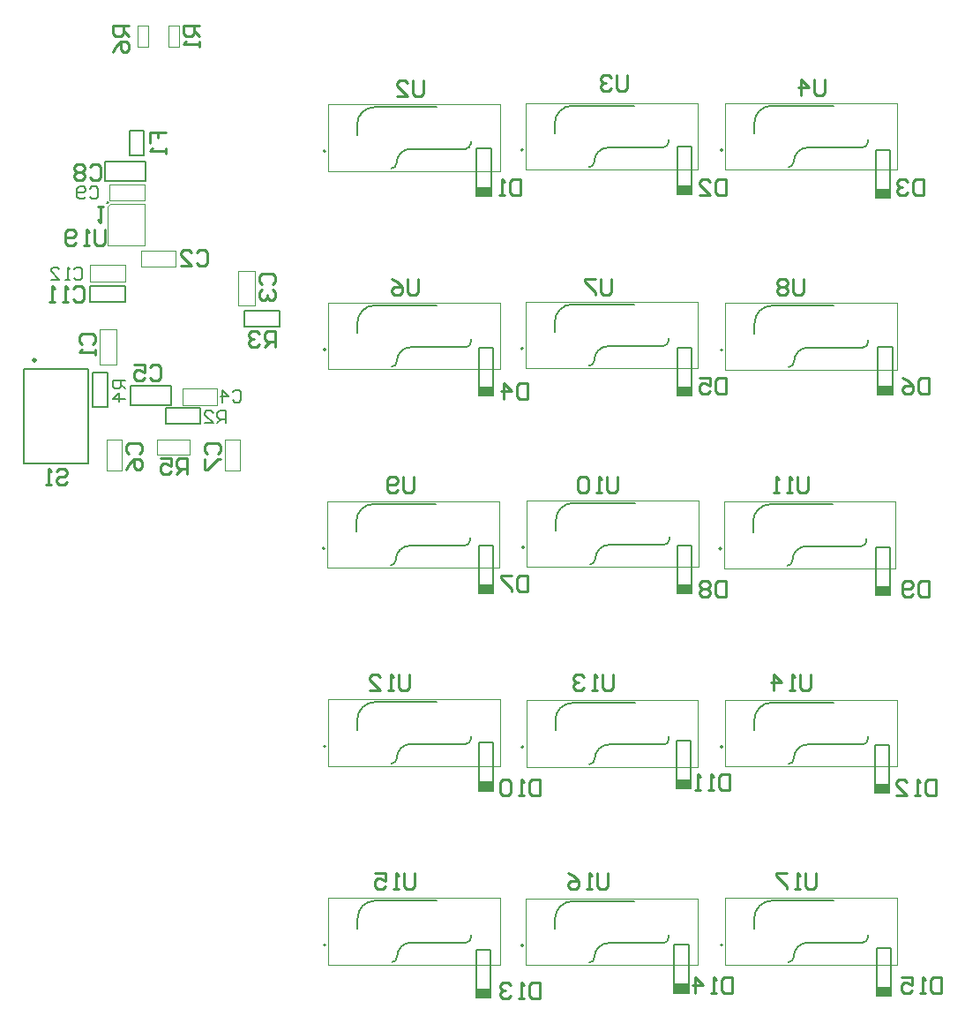
<source format=gbo>
G04*
G04 #@! TF.GenerationSoftware,Altium Limited,Altium Designer,25.8.1 (18)*
G04*
G04 Layer_Color=32896*
%FSLAX44Y44*%
%MOMM*%
G71*
G04*
G04 #@! TF.SameCoordinates,FCA943C9-AC26-45BC-959E-77FD342E558C*
G04*
G04*
G04 #@! TF.FilePolarity,Positive*
G04*
G01*
G75*
%ADD10C,0.2540*%
%ADD11C,0.2000*%
%ADD12C,0.0500*%
%ADD13C,0.1000*%
%ADD68C,0.1270*%
%ADD69C,0.0508*%
%ADD70R,1.4000X0.9000*%
D10*
X325460Y684348D02*
G03*
X325460Y684348I-1414J0D01*
G01*
X394584Y835627D02*
G03*
X394584Y835627I-500J0D01*
G01*
X414922Y595039D02*
X412383Y597578D01*
Y602657D01*
X414922Y605196D01*
X425078D01*
X427617Y602657D01*
Y597578D01*
X425078Y595039D01*
X412383Y579804D02*
X414922Y584883D01*
X420000Y589961D01*
X425078D01*
X427617Y587422D01*
Y582343D01*
X425078Y579804D01*
X422539D01*
X420000Y582343D01*
Y589961D01*
X369922Y700000D02*
X367383Y702539D01*
Y707617D01*
X369922Y710157D01*
X380078D01*
X382617Y707617D01*
Y702539D01*
X380078Y700000D01*
X382617Y694922D02*
Y689843D01*
Y692382D01*
X367383D01*
X369922Y694922D01*
X555196Y697383D02*
Y712617D01*
X547578D01*
X545039Y710078D01*
Y705000D01*
X547578Y702461D01*
X555196D01*
X550117D02*
X545039Y697383D01*
X539961Y710078D02*
X537422Y712617D01*
X532343D01*
X529804Y710078D01*
Y707539D01*
X532343Y705000D01*
X534883D01*
X532343D01*
X529804Y702461D01*
Y699922D01*
X532343Y697383D01*
X537422D01*
X539961Y699922D01*
X489922Y595039D02*
X487382Y597578D01*
Y602657D01*
X489922Y605196D01*
X500078D01*
X502617Y602657D01*
Y597578D01*
X500078Y595039D01*
X487382Y589961D02*
Y579804D01*
X489922D01*
X500078Y589961D01*
X502617D01*
X470196Y574883D02*
Y590117D01*
X462578D01*
X460039Y587578D01*
Y582500D01*
X462578Y579961D01*
X470196D01*
X465117D02*
X460039Y574883D01*
X444804Y590117D02*
X454961D01*
Y582500D01*
X449883Y585039D01*
X447343D01*
X444804Y582500D01*
Y577422D01*
X447343Y574883D01*
X452422D01*
X454961Y577422D01*
X434883Y892500D02*
Y902657D01*
X442500D01*
Y897578D01*
Y902657D01*
X450117D01*
Y887422D02*
Y882343D01*
Y884882D01*
X434883D01*
X437422Y887422D01*
X345000Y577578D02*
X347539Y580117D01*
X352617D01*
X355157Y577578D01*
Y575039D01*
X352617Y572500D01*
X347539D01*
X345000Y569961D01*
Y567422D01*
X347539Y564883D01*
X352617D01*
X355157Y567422D01*
X339922Y564883D02*
X334843D01*
X337382D01*
Y580117D01*
X339922Y577578D01*
X480039Y787578D02*
X482578Y790117D01*
X487657D01*
X490196Y787578D01*
Y777422D01*
X487657Y774883D01*
X482578D01*
X480039Y777422D01*
X464804Y774883D02*
X474961D01*
X464804Y785039D01*
Y787578D01*
X467343Y790117D01*
X472422D01*
X474961Y787578D01*
X377539Y870078D02*
X380078Y872617D01*
X385157D01*
X387696Y870078D01*
Y859922D01*
X385157Y857383D01*
X380078D01*
X377539Y859922D01*
X372461Y870078D02*
X369922Y872617D01*
X364843D01*
X362304Y870078D01*
Y867539D01*
X364843Y865000D01*
X362304Y862461D01*
Y859922D01*
X364843Y857383D01*
X369922D01*
X372461Y859922D01*
Y862461D01*
X369922Y865000D01*
X372461Y867539D01*
Y870078D01*
X369922Y865000D02*
X364843D01*
X542422Y757539D02*
X539883Y760078D01*
Y765157D01*
X542422Y767696D01*
X552578D01*
X555117Y765157D01*
Y760078D01*
X552578Y757539D01*
X542422Y752461D02*
X539883Y749922D01*
Y744843D01*
X542422Y742304D01*
X544961D01*
X547500Y744843D01*
Y747383D01*
Y744843D01*
X550039Y742304D01*
X552578D01*
X555117Y744843D01*
Y749922D01*
X552578Y752461D01*
X361348Y752578D02*
X363887Y755117D01*
X368965D01*
X371505Y752578D01*
Y742422D01*
X368965Y739883D01*
X363887D01*
X361348Y742422D01*
X356270Y739883D02*
X351191D01*
X353730D01*
Y755117D01*
X356270Y752578D01*
X343574Y739883D02*
X338495D01*
X341035D01*
Y755117D01*
X343574Y752578D01*
X415013Y1005600D02*
X399777D01*
Y997983D01*
X402317Y995443D01*
X407395D01*
X409934Y997983D01*
Y1005600D01*
Y1000522D02*
X415013Y995443D01*
X399777Y980208D02*
X402317Y985287D01*
X407395Y990365D01*
X412473D01*
X415013Y987826D01*
Y982748D01*
X412473Y980208D01*
X409934D01*
X407395Y982748D01*
Y990365D01*
X391544Y810117D02*
Y797422D01*
X389005Y794883D01*
X383926D01*
X381387Y797422D01*
Y810117D01*
X376309Y794883D02*
X371230D01*
X373770D01*
Y810117D01*
X376309Y807578D01*
X363613Y797422D02*
X361074Y794883D01*
X355995D01*
X353456Y797422D01*
Y807578D01*
X355995Y810117D01*
X361074D01*
X363613Y807578D01*
Y805039D01*
X361074Y802500D01*
X353456D01*
X384624Y831837D02*
X389702D01*
X387163D01*
Y816602D01*
X384624Y819141D01*
X482617Y1005157D02*
X467382D01*
Y997539D01*
X469922Y995000D01*
X475000D01*
X477539Y997539D01*
Y1005157D01*
Y1000078D02*
X482617Y995000D01*
Y989922D02*
Y984843D01*
Y987382D01*
X467382D01*
X469922Y989922D01*
X435039Y677578D02*
X437578Y680117D01*
X442657D01*
X445196Y677578D01*
Y667422D01*
X442657Y664883D01*
X437578D01*
X435039Y667422D01*
X419804Y680117D02*
X429961D01*
Y672500D01*
X424883Y675039D01*
X422343D01*
X419804Y672500D01*
Y667422D01*
X422343Y664883D01*
X427422D01*
X429961Y667422D01*
X1074044Y192617D02*
Y179922D01*
X1071505Y177383D01*
X1066426D01*
X1063887Y179922D01*
Y192617D01*
X1058809Y177383D02*
X1053730D01*
X1056270D01*
Y192617D01*
X1058809Y190078D01*
X1046113Y192617D02*
X1035956D01*
Y190078D01*
X1046113Y179922D01*
Y177383D01*
X874044Y192617D02*
Y179922D01*
X871505Y177383D01*
X866426D01*
X863887Y179922D01*
Y192617D01*
X858809Y177383D02*
X853730D01*
X856270D01*
Y192617D01*
X858809Y190078D01*
X835956Y192617D02*
X841034Y190078D01*
X846113Y185000D01*
Y179922D01*
X843574Y177383D01*
X838495D01*
X835956Y179922D01*
Y182461D01*
X838495Y185000D01*
X846113D01*
X689044Y192617D02*
Y179922D01*
X686505Y177383D01*
X681426D01*
X678887Y179922D01*
Y192617D01*
X673809Y177383D02*
X668730D01*
X671270D01*
Y192617D01*
X673809Y190078D01*
X650956Y192617D02*
X661113D01*
Y185000D01*
X656034Y187539D01*
X653495D01*
X650956Y185000D01*
Y179922D01*
X653495Y177383D01*
X658574D01*
X661113Y179922D01*
X1069044Y382617D02*
Y369922D01*
X1066505Y367383D01*
X1061426D01*
X1058887Y369922D01*
Y382617D01*
X1053809Y367383D02*
X1048730D01*
X1051270D01*
Y382617D01*
X1053809Y380078D01*
X1033495Y367383D02*
Y382617D01*
X1041113Y375000D01*
X1030956D01*
X879044Y382617D02*
Y369922D01*
X876505Y367383D01*
X871426D01*
X868887Y369922D01*
Y382617D01*
X863809Y367383D02*
X858730D01*
X861270D01*
Y382617D01*
X863809Y380078D01*
X851113D02*
X848574Y382617D01*
X843495D01*
X840956Y380078D01*
Y377539D01*
X843495Y375000D01*
X846034D01*
X843495D01*
X840956Y372461D01*
Y369922D01*
X843495Y367383D01*
X848574D01*
X851113Y369922D01*
X684044Y382617D02*
Y369922D01*
X681505Y367383D01*
X676426D01*
X673887Y369922D01*
Y382617D01*
X668809Y367383D02*
X663730D01*
X666270D01*
Y382617D01*
X668809Y380078D01*
X645956Y367383D02*
X656113D01*
X645956Y377539D01*
Y380078D01*
X648495Y382617D01*
X653574D01*
X656113Y380078D01*
X1066505Y572617D02*
Y559922D01*
X1063966Y557383D01*
X1058887D01*
X1056348Y559922D01*
Y572617D01*
X1051270Y557383D02*
X1046191D01*
X1048730D01*
Y572617D01*
X1051270Y570078D01*
X1038574Y557383D02*
X1033495D01*
X1036034D01*
Y572617D01*
X1038574Y570078D01*
X884044Y572617D02*
Y559922D01*
X881505Y557383D01*
X876426D01*
X873887Y559922D01*
Y572617D01*
X868809Y557383D02*
X863730D01*
X866270D01*
Y572617D01*
X868809Y570078D01*
X856113D02*
X853574Y572617D01*
X848495D01*
X845956Y570078D01*
Y559922D01*
X848495Y557383D01*
X853574D01*
X856113Y559922D01*
Y570078D01*
X687696Y572617D02*
Y559922D01*
X685157Y557383D01*
X680078D01*
X677539Y559922D01*
Y572617D01*
X672461Y559922D02*
X669922Y557383D01*
X664843D01*
X662304Y559922D01*
Y570078D01*
X664843Y572617D01*
X669922D01*
X672461Y570078D01*
Y567539D01*
X669922Y565000D01*
X662304D01*
X1062696Y762617D02*
Y749922D01*
X1060157Y747383D01*
X1055078D01*
X1052539Y749922D01*
Y762617D01*
X1047461Y760078D02*
X1044922Y762617D01*
X1039843D01*
X1037304Y760078D01*
Y757539D01*
X1039843Y755000D01*
X1037304Y752461D01*
Y749922D01*
X1039843Y747383D01*
X1044922D01*
X1047461Y749922D01*
Y752461D01*
X1044922Y755000D01*
X1047461Y757539D01*
Y760078D01*
X1044922Y755000D02*
X1039843D01*
X877696Y762617D02*
Y749922D01*
X875157Y747383D01*
X870078D01*
X867539Y749922D01*
Y762617D01*
X862461D02*
X852304D01*
Y760078D01*
X862461Y749922D01*
Y747383D01*
X692696Y762617D02*
Y749922D01*
X690157Y747383D01*
X685078D01*
X682539Y749922D01*
Y762617D01*
X667304D02*
X672383Y760078D01*
X677461Y755000D01*
Y749922D01*
X674922Y747383D01*
X669843D01*
X667304Y749922D01*
Y752461D01*
X669843Y755000D01*
X677461D01*
X1082696Y953617D02*
Y940922D01*
X1080157Y938382D01*
X1075078D01*
X1072539Y940922D01*
Y953617D01*
X1059843Y938382D02*
Y953617D01*
X1067461Y946000D01*
X1057304D01*
X892696Y957617D02*
Y944922D01*
X890157Y942383D01*
X885078D01*
X882539Y944922D01*
Y957617D01*
X877461Y955078D02*
X874922Y957617D01*
X869843D01*
X867304Y955078D01*
Y952539D01*
X869843Y950000D01*
X872383D01*
X869843D01*
X867304Y947461D01*
Y944922D01*
X869843Y942383D01*
X874922D01*
X877461Y944922D01*
X697696Y952617D02*
Y939922D01*
X695157Y937383D01*
X690078D01*
X687539Y939922D01*
Y952617D01*
X672304Y937383D02*
X682461D01*
X672304Y947539D01*
Y950078D01*
X674843Y952617D01*
X679922D01*
X682461Y950078D01*
X1194044Y92618D02*
Y77382D01*
X1186426D01*
X1183887Y79922D01*
Y90078D01*
X1186426Y92618D01*
X1194044D01*
X1178809Y77382D02*
X1173730D01*
X1176270D01*
Y92618D01*
X1178809Y90078D01*
X1155956Y92618D02*
X1166113D01*
Y85000D01*
X1161034Y87539D01*
X1158495D01*
X1155956Y85000D01*
Y79922D01*
X1158495Y77382D01*
X1163574D01*
X1166113Y79922D01*
X994044Y92618D02*
Y77382D01*
X986426D01*
X983887Y79922D01*
Y90078D01*
X986426Y92618D01*
X994044D01*
X978809Y77382D02*
X973730D01*
X976270D01*
Y92618D01*
X978809Y90078D01*
X958495Y77382D02*
Y92618D01*
X966113Y85000D01*
X955956D01*
X809044Y87618D02*
Y72382D01*
X801426D01*
X798887Y74922D01*
Y85078D01*
X801426Y87618D01*
X809044D01*
X793809Y72382D02*
X788730D01*
X791270D01*
Y87618D01*
X793809Y85078D01*
X781113D02*
X778574Y87618D01*
X773495D01*
X770956Y85078D01*
Y82539D01*
X773495Y80000D01*
X776034D01*
X773495D01*
X770956Y77461D01*
Y74922D01*
X773495Y72382D01*
X778574D01*
X781113Y74922D01*
X1189044Y282617D02*
Y267383D01*
X1181426D01*
X1178887Y269922D01*
Y280078D01*
X1181426Y282617D01*
X1189044D01*
X1173809Y267383D02*
X1168730D01*
X1171270D01*
Y282617D01*
X1173809Y280078D01*
X1150956Y267383D02*
X1161113D01*
X1150956Y277539D01*
Y280078D01*
X1153495Y282617D01*
X1158574D01*
X1161113Y280078D01*
X991505Y287617D02*
Y272383D01*
X983887D01*
X981348Y274922D01*
Y285078D01*
X983887Y287617D01*
X991505D01*
X976270Y272383D02*
X971191D01*
X973730D01*
Y287617D01*
X976270Y285078D01*
X963574Y272383D02*
X958495D01*
X961034D01*
Y287617D01*
X963574Y285078D01*
X809044Y282617D02*
Y267383D01*
X801426D01*
X798887Y269922D01*
Y280078D01*
X801426Y282617D01*
X809044D01*
X793809Y267383D02*
X788730D01*
X791270D01*
Y282617D01*
X793809Y280078D01*
X781113D02*
X778574Y282617D01*
X773495D01*
X770956Y280078D01*
Y269922D01*
X773495Y267383D01*
X778574D01*
X781113Y269922D01*
Y280078D01*
X1182696Y472617D02*
Y457383D01*
X1175078D01*
X1172539Y459922D01*
Y470078D01*
X1175078Y472617D01*
X1182696D01*
X1167461Y459922D02*
X1164922Y457383D01*
X1159843D01*
X1157304Y459922D01*
Y470078D01*
X1159843Y472617D01*
X1164922D01*
X1167461Y470078D01*
Y467539D01*
X1164922Y465000D01*
X1157304D01*
X987696Y472617D02*
Y457383D01*
X980078D01*
X977539Y459922D01*
Y470078D01*
X980078Y472617D01*
X987696D01*
X972461Y470078D02*
X969922Y472617D01*
X964843D01*
X962304Y470078D01*
Y467539D01*
X964843Y465000D01*
X962304Y462461D01*
Y459922D01*
X964843Y457383D01*
X969922D01*
X972461Y459922D01*
Y462461D01*
X969922Y465000D01*
X972461Y467539D01*
Y470078D01*
X969922Y465000D02*
X964843D01*
X797696Y477617D02*
Y462383D01*
X790078D01*
X787539Y464922D01*
Y475078D01*
X790078Y477617D01*
X797696D01*
X782461D02*
X772304D01*
Y475078D01*
X782461Y464922D01*
Y462383D01*
X1182696Y667617D02*
Y652383D01*
X1175078D01*
X1172539Y654922D01*
Y665078D01*
X1175078Y667617D01*
X1182696D01*
X1157304D02*
X1162383Y665078D01*
X1167461Y660000D01*
Y654922D01*
X1164922Y652383D01*
X1159843D01*
X1157304Y654922D01*
Y657461D01*
X1159843Y660000D01*
X1167461D01*
X987696Y667617D02*
Y652383D01*
X980078D01*
X977539Y654922D01*
Y665078D01*
X980078Y667617D01*
X987696D01*
X962304D02*
X972461D01*
Y660000D01*
X967383Y662539D01*
X964843D01*
X962304Y660000D01*
Y654922D01*
X964843Y652383D01*
X969922D01*
X972461Y654922D01*
X797696Y662617D02*
Y647383D01*
X790078D01*
X787539Y649922D01*
Y660078D01*
X790078Y662617D01*
X797696D01*
X774843Y647383D02*
Y662617D01*
X782461Y655000D01*
X772304D01*
X1177696Y857617D02*
Y842383D01*
X1170078D01*
X1167539Y844922D01*
Y855078D01*
X1170078Y857617D01*
X1177696D01*
X1162461Y855078D02*
X1159922Y857617D01*
X1154843D01*
X1152304Y855078D01*
Y852539D01*
X1154843Y850000D01*
X1157383D01*
X1154843D01*
X1152304Y847461D01*
Y844922D01*
X1154843Y842383D01*
X1159922D01*
X1162461Y844922D01*
X987696Y857617D02*
Y842383D01*
X980078D01*
X977539Y844922D01*
Y855078D01*
X980078Y857617D01*
X987696D01*
X962304Y842383D02*
X972461D01*
X962304Y852539D01*
Y855078D01*
X964843Y857617D01*
X969922D01*
X972461Y855078D01*
X790157Y857617D02*
Y842383D01*
X782539D01*
X780000Y844922D01*
Y855078D01*
X782539Y857617D01*
X790157D01*
X774922Y842383D02*
X769843D01*
X772382D01*
Y857617D01*
X774922Y855078D01*
D11*
X984500Y886000D02*
G03*
X984500Y886000I-1000J0D01*
G01*
X794000Y505000D02*
G03*
X794000Y505000I-1000J0D01*
G01*
X603500Y694500D02*
G03*
X603500Y694500I-1000J0D01*
G01*
X793530Y313340D02*
G03*
X793530Y313340I-1000J0D01*
G01*
X793000Y695500D02*
G03*
X793000Y695500I-1000J0D01*
G01*
X984750Y694200D02*
G03*
X984750Y694200I-1000J0D01*
G01*
X603750Y123500D02*
G03*
X603750Y123500I-1000J0D01*
G01*
X603250Y884700D02*
G03*
X603250Y884700I-1000J0D01*
G01*
X602500Y504000D02*
G03*
X602500Y504000I-1000J0D01*
G01*
X793250Y123000D02*
G03*
X793250Y123000I-1000J0D01*
G01*
X603500Y314000D02*
G03*
X603500Y314000I-1000J0D01*
G01*
X984500Y313500D02*
G03*
X984500Y313500I-1000J0D01*
G01*
X983250Y503700D02*
G03*
X983250Y503700I-1000J0D01*
G01*
X793000Y886000D02*
G03*
X793000Y886000I-1000J0D01*
G01*
X984500Y123500D02*
G03*
X984500Y123500I-1000J0D01*
G01*
X525877Y716528D02*
Y731528D01*
Y716528D02*
X559128D01*
Y731528D01*
X525877D02*
X559128D01*
X415340Y904814D02*
X429339D01*
Y880814D02*
Y904814D01*
X415340Y880814D02*
X429339D01*
X415340D02*
Y904814D01*
X314045Y585348D02*
Y676348D01*
Y585348D02*
X376045D01*
Y676348D01*
X314045D02*
X376045D01*
X391834Y856127D02*
X430834D01*
X391834D02*
Y875127D01*
X430834D01*
Y856127D02*
Y875127D01*
X377584Y739877D02*
Y755877D01*
X411584D01*
Y739877D02*
Y755877D01*
X377584Y739877D02*
X411584D01*
X379545Y672598D02*
X394545D01*
X379545Y639348D02*
Y672598D01*
Y639348D02*
X394545D01*
Y672598D01*
X449955Y623418D02*
Y638418D01*
Y623418D02*
X483205D01*
Y638418D01*
X449955D02*
X483205D01*
X416339Y659814D02*
X455340D01*
Y640814D02*
Y659814D01*
X416339Y640814D02*
X455340D01*
X416339D02*
Y659814D01*
X750500Y461000D02*
X764500D01*
X750500D02*
Y507000D01*
X764500D01*
Y461000D02*
Y507000D01*
X748500Y842000D02*
X762500D01*
X748500D02*
Y888000D01*
X762500D01*
Y842000D02*
Y888000D01*
X1130500Y269500D02*
X1144500D01*
X1130500D02*
Y315500D01*
X1144500D01*
Y269500D02*
Y315500D01*
X1133500Y651500D02*
X1147500D01*
X1133500D02*
Y697500D01*
X1147500D01*
Y651500D02*
Y697500D01*
X1132500Y74750D02*
X1146500D01*
X1132500D02*
Y120750D01*
X1146500D01*
Y74750D02*
Y120750D01*
X941000Y650500D02*
X955000D01*
X941000D02*
Y696500D01*
X955000D01*
Y650500D02*
Y696500D01*
X748000Y72750D02*
X762000D01*
X748000D02*
Y118750D01*
X762000D01*
Y72750D02*
Y118750D01*
X750500Y650500D02*
X764500D01*
X750500D02*
Y696500D01*
X764500D01*
Y650500D02*
Y696500D01*
X941000Y843200D02*
X955000D01*
X941000D02*
Y889200D01*
X955000D01*
Y843200D02*
Y889200D01*
X1131500Y840000D02*
X1145500D01*
X1131500D02*
Y886000D01*
X1145500D01*
Y840000D02*
Y886000D01*
X938250Y77750D02*
X952250D01*
X938250D02*
Y123750D01*
X952250D01*
Y77750D02*
Y123750D01*
X941000Y461000D02*
X955000D01*
X941000D02*
Y507000D01*
X955000D01*
Y461000D02*
Y507000D01*
X1131500Y459000D02*
X1145500D01*
X1131500D02*
Y505000D01*
X1145500D01*
Y459000D02*
Y505000D01*
X750500Y271500D02*
X764500D01*
X750500D02*
Y317500D01*
X764500D01*
Y271500D02*
Y317500D01*
X940000Y273500D02*
X954000D01*
X940000D02*
Y319500D01*
X954000D01*
Y273500D02*
Y319500D01*
X514499Y653999D02*
X516499Y655998D01*
X520497D01*
X522497Y653999D01*
Y646001D01*
X520497Y644002D01*
X516499D01*
X514499Y646001D01*
X504503Y644002D02*
Y655998D01*
X510501Y650000D01*
X502503D01*
X376999Y848999D02*
X378999Y850998D01*
X382997D01*
X384997Y848999D01*
Y841001D01*
X382997Y839002D01*
X378999D01*
X376999Y841001D01*
X373001D02*
X371001Y839002D01*
X367003D01*
X365003Y841001D01*
Y848999D01*
X367003Y850998D01*
X371001D01*
X373001Y848999D01*
Y846999D01*
X371001Y845000D01*
X365003D01*
X410998Y664997D02*
X399002D01*
Y658999D01*
X401001Y656999D01*
X405000D01*
X406999Y658999D01*
Y664997D01*
Y660998D02*
X410998Y656999D01*
Y647003D02*
X399002D01*
X405000Y653001D01*
Y645003D01*
X507497Y624002D02*
Y635998D01*
X501499D01*
X499499Y633999D01*
Y630000D01*
X501499Y628001D01*
X507497D01*
X503498D02*
X499499Y624002D01*
X487503D02*
X495501D01*
X487503Y631999D01*
Y633999D01*
X489503Y635998D01*
X493501D01*
X495501Y633999D01*
X361998Y771499D02*
X363997Y773498D01*
X367996D01*
X369995Y771499D01*
Y763501D01*
X367996Y761502D01*
X363997D01*
X361998Y763501D01*
X357999Y761502D02*
X354000D01*
X356000D01*
Y773498D01*
X357999Y771499D01*
X340005Y761502D02*
X348002D01*
X340005Y769499D01*
Y771499D01*
X342004Y773498D01*
X346003D01*
X348002Y771499D01*
D12*
X393735Y607821D02*
X408035D01*
X393735Y578521D02*
X408035D01*
Y607821D01*
X393735Y578521D02*
Y607821D01*
X507087Y607821D02*
X521387D01*
X507087Y578521D02*
X521387D01*
Y607821D01*
X507087Y578521D02*
Y607821D01*
X422840Y1005314D02*
X432840D01*
Y985314D02*
Y1005314D01*
X422840Y985314D02*
X432840D01*
X422840D02*
Y1005314D01*
X452840Y985064D02*
X462840D01*
X452840D02*
Y1005064D01*
X462840D01*
Y985064D02*
Y1005064D01*
X1152000Y867050D02*
Y930950D01*
X987000Y867050D02*
X1152000D01*
X987000D02*
Y930950D01*
X1152000D01*
X961500Y486050D02*
Y549950D01*
X796500Y486050D02*
X961500D01*
X796500D02*
Y549950D01*
X961500D01*
X771000Y675550D02*
Y739450D01*
X606000Y675550D02*
X771000D01*
X606000D02*
Y739450D01*
X771000D01*
X961030Y294390D02*
Y358290D01*
X796030Y294390D02*
X961030D01*
X796030D02*
Y358290D01*
X961030D01*
X960500Y676550D02*
Y740450D01*
X795500Y676550D02*
X960500D01*
X795500D02*
Y740450D01*
X960500D01*
X1152250Y675250D02*
Y739150D01*
X987250Y675250D02*
X1152250D01*
X987250D02*
Y739150D01*
X1152250D01*
X771250Y104550D02*
Y168450D01*
X606250Y104550D02*
X771250D01*
X606250D02*
Y168450D01*
X771250D01*
X770750Y865750D02*
Y929650D01*
X605750Y865750D02*
X770750D01*
X605750D02*
Y929650D01*
X770750D01*
X770000Y485050D02*
Y548950D01*
X605000Y485050D02*
X770000D01*
X605000D02*
Y548950D01*
X770000D01*
X960750Y104050D02*
Y167950D01*
X795750Y104050D02*
X960750D01*
X795750D02*
Y167950D01*
X960750D01*
X771000Y295050D02*
Y358950D01*
X606000Y295050D02*
X771000D01*
X606000D02*
Y358950D01*
X771000D01*
X1152000Y294550D02*
Y358450D01*
X987000Y294550D02*
X1152000D01*
X987000D02*
Y358450D01*
X1152000D01*
X1150750Y484750D02*
Y548650D01*
X985750Y484750D02*
X1150750D01*
X985750D02*
Y548650D01*
X1150750D01*
X960500Y867050D02*
Y930950D01*
X795500Y867050D02*
X960500D01*
X795500D02*
Y930950D01*
X960500D01*
X1152000Y104550D02*
Y168450D01*
X987000Y104550D02*
X1152000D01*
X987000D02*
Y168450D01*
X1152000D01*
D13*
X394584Y794377D02*
X429584D01*
X429584Y794377D01*
Y834377D01*
X397084D02*
X429584D01*
X394584Y794377D02*
Y831877D01*
X397084Y834377D01*
X399584D02*
Y834377D01*
D68*
X1031750Y928450D02*
G03*
X1015000Y911700I0J-16750D01*
G01*
X1047750Y869550D02*
G03*
X1052750Y874550I0J5000D01*
G01*
X1066650Y888450D02*
G03*
X1052750Y874550I0J-13900D01*
G01*
X1119000Y888450D02*
G03*
X1124000Y893450I0J5000D01*
G01*
X841250Y547450D02*
G03*
X824500Y530700I0J-16750D01*
G01*
X857250Y488550D02*
G03*
X862250Y493550I0J5000D01*
G01*
X876150Y507450D02*
G03*
X862250Y493550I0J-13900D01*
G01*
X928500Y507450D02*
G03*
X933500Y512450I0J5000D01*
G01*
X650750Y736950D02*
G03*
X634000Y720200I0J-16750D01*
G01*
X666750Y678050D02*
G03*
X671750Y683050I0J5000D01*
G01*
X685650Y696950D02*
G03*
X671750Y683050I0J-13900D01*
G01*
X738000Y696950D02*
G03*
X743000Y701950I0J5000D01*
G01*
X840780Y355790D02*
G03*
X824030Y339040I0J-16750D01*
G01*
X856780Y296890D02*
G03*
X861780Y301890I0J5000D01*
G01*
X875680Y315790D02*
G03*
X861780Y301890I0J-13900D01*
G01*
X928030Y315790D02*
G03*
X933030Y320790I0J5000D01*
G01*
X840250Y737950D02*
G03*
X823500Y721200I0J-16750D01*
G01*
X856250Y679050D02*
G03*
X861250Y684050I0J5000D01*
G01*
X875150Y697950D02*
G03*
X861250Y684050I0J-13900D01*
G01*
X927500Y697950D02*
G03*
X932500Y702950I0J5000D01*
G01*
X1032000Y736650D02*
G03*
X1015250Y719900I0J-16750D01*
G01*
X1048000Y677750D02*
G03*
X1053000Y682750I0J5000D01*
G01*
X1066900Y696650D02*
G03*
X1053000Y682750I0J-13900D01*
G01*
X1119250Y696650D02*
G03*
X1124250Y701650I0J5000D01*
G01*
X651000Y165950D02*
G03*
X634250Y149200I0J-16750D01*
G01*
X667000Y107050D02*
G03*
X672000Y112050I0J5000D01*
G01*
X685900Y125950D02*
G03*
X672000Y112050I0J-13900D01*
G01*
X738250Y125950D02*
G03*
X743250Y130950I0J5000D01*
G01*
X650500Y927150D02*
G03*
X633750Y910400I0J-16750D01*
G01*
X666500Y868250D02*
G03*
X671500Y873250I0J5000D01*
G01*
X685400Y887150D02*
G03*
X671500Y873250I0J-13900D01*
G01*
X737750Y887150D02*
G03*
X742750Y892150I0J5000D01*
G01*
X649750Y546450D02*
G03*
X633000Y529700I0J-16750D01*
G01*
X665750Y487550D02*
G03*
X670750Y492550I0J5000D01*
G01*
X684650Y506450D02*
G03*
X670750Y492550I0J-13900D01*
G01*
X737000Y506450D02*
G03*
X742000Y511450I0J5000D01*
G01*
X840500Y165450D02*
G03*
X823750Y148700I0J-16750D01*
G01*
X856500Y106550D02*
G03*
X861500Y111550I0J5000D01*
G01*
X875400Y125450D02*
G03*
X861500Y111550I0J-13900D01*
G01*
X927750Y125450D02*
G03*
X932750Y130450I0J5000D01*
G01*
X650750Y356450D02*
G03*
X634000Y339700I0J-16750D01*
G01*
X666750Y297550D02*
G03*
X671750Y302550I0J5000D01*
G01*
X685650Y316450D02*
G03*
X671750Y302550I0J-13900D01*
G01*
X738000Y316450D02*
G03*
X743000Y321450I0J5000D01*
G01*
X1031750Y355950D02*
G03*
X1015000Y339200I0J-16750D01*
G01*
X1047750Y297050D02*
G03*
X1052750Y302050I0J5000D01*
G01*
X1066650Y315950D02*
G03*
X1052750Y302050I0J-13900D01*
G01*
X1119000Y315950D02*
G03*
X1124000Y320950I0J5000D01*
G01*
X1030500Y546150D02*
G03*
X1013750Y529400I0J-16750D01*
G01*
X1046500Y487250D02*
G03*
X1051500Y492250I0J5000D01*
G01*
X1065400Y506150D02*
G03*
X1051500Y492250I0J-13900D01*
G01*
X1117750Y506150D02*
G03*
X1122750Y511150I0J5000D01*
G01*
X840250Y928450D02*
G03*
X823500Y911700I0J-16750D01*
G01*
X856250Y869550D02*
G03*
X861250Y874550I0J5000D01*
G01*
X875150Y888450D02*
G03*
X861250Y874550I0J-13900D01*
G01*
X927500Y888450D02*
G03*
X932500Y893450I0J5000D01*
G01*
X1031750Y165950D02*
G03*
X1015000Y149200I0J-16750D01*
G01*
X1047750Y107050D02*
G03*
X1052750Y112050I0J5000D01*
G01*
X1066650Y125950D02*
G03*
X1052750Y112050I0J-13900D01*
G01*
X1119000Y125950D02*
G03*
X1124000Y130950I0J5000D01*
G01*
X1031750Y928450D02*
X1091250D01*
X1015000Y902000D02*
Y911700D01*
X1066650Y888450D02*
X1119000D01*
X1124000Y893450D02*
Y896000D01*
X841250Y547450D02*
X900750D01*
X824500Y521000D02*
Y530700D01*
X876150Y507450D02*
X928500D01*
X933500Y512450D02*
Y515000D01*
X650750Y736950D02*
X710250D01*
X634000Y710500D02*
Y720200D01*
X685650Y696950D02*
X738000D01*
X743000Y701950D02*
Y704500D01*
X840780Y355790D02*
X900280D01*
X824030Y329340D02*
Y339040D01*
X875680Y315790D02*
X928030D01*
X933030Y320790D02*
Y323340D01*
X840250Y737950D02*
X899750D01*
X823500Y711500D02*
Y721200D01*
X875150Y697950D02*
X927500D01*
X932500Y702950D02*
Y705500D01*
X1032000Y736650D02*
X1091500D01*
X1015250Y710200D02*
Y719900D01*
X1066900Y696650D02*
X1119250D01*
X1124250Y701650D02*
Y704200D01*
X651000Y165950D02*
X710500D01*
X634250Y139500D02*
Y149200D01*
X685900Y125950D02*
X738250D01*
X743250Y130950D02*
Y133500D01*
X650500Y927150D02*
X710000D01*
X633750Y900700D02*
Y910400D01*
X685400Y887150D02*
X737750D01*
X742750Y892150D02*
Y894700D01*
X649750Y546450D02*
X709250D01*
X633000Y520000D02*
Y529700D01*
X684650Y506450D02*
X737000D01*
X742000Y511450D02*
Y514000D01*
X840500Y165450D02*
X900000D01*
X823750Y139000D02*
Y148700D01*
X875400Y125450D02*
X927750D01*
X932750Y130450D02*
Y133000D01*
X650750Y356450D02*
X710250D01*
X634000Y330000D02*
Y339700D01*
X685650Y316450D02*
X738000D01*
X743000Y321450D02*
Y324000D01*
X1031750Y355950D02*
X1091250D01*
X1015000Y329500D02*
Y339200D01*
X1066650Y315950D02*
X1119000D01*
X1124000Y320950D02*
Y323500D01*
X1030500Y546150D02*
X1090000D01*
X1013750Y519700D02*
Y529400D01*
X1065400Y506150D02*
X1117750D01*
X1122750Y511150D02*
Y513700D01*
X840250Y928450D02*
X899750D01*
X823500Y902000D02*
Y911700D01*
X875150Y888450D02*
X927500D01*
X932500Y893450D02*
Y896000D01*
X1031750Y165950D02*
X1091250D01*
X1015000Y139500D02*
Y149200D01*
X1066650Y125950D02*
X1119000D01*
X1124000Y130950D02*
Y133500D01*
D69*
X387010Y713794D02*
X402669D01*
Y680334D02*
Y713794D01*
X387010Y680334D02*
X402669D01*
X387010D02*
Y713794D01*
X499319Y641234D02*
Y656894D01*
X465859Y641234D02*
X499319D01*
X465859D02*
Y656894D01*
X499319D01*
X441860Y607817D02*
X473320D01*
X441860Y594157D02*
Y607817D01*
Y594157D02*
X473320D01*
Y607817D01*
X396104Y837297D02*
Y852957D01*
X429564D01*
Y837297D02*
Y852957D01*
X396104Y837297D02*
X429564D01*
X459819Y773984D02*
Y789644D01*
X426359Y773984D02*
X459819D01*
X426359D02*
Y789644D01*
X459819D01*
X519759Y770294D02*
X535420D01*
Y736834D02*
Y770294D01*
X519759Y736834D02*
X535420D01*
X519759D02*
Y770294D01*
X377634Y760067D02*
Y775727D01*
X411094D01*
Y760067D02*
Y775727D01*
X377634Y760067D02*
X411094D01*
D70*
X757505Y465508D02*
D03*
X755505Y846507D02*
D03*
X1137505Y274007D02*
D03*
X1140505Y656007D02*
D03*
X1139504Y79258D02*
D03*
X948005Y655007D02*
D03*
X755005Y77259D02*
D03*
X757505Y655007D02*
D03*
X948005Y847707D02*
D03*
X1138505Y844508D02*
D03*
X945254Y82259D02*
D03*
X948005Y465508D02*
D03*
X1138505Y463508D02*
D03*
X757504Y276008D02*
D03*
X947006Y278009D02*
D03*
M02*

</source>
